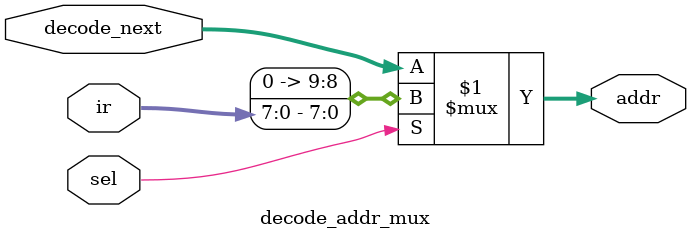
<source format=v>
module decode_addr_mux(
	input [7:0] ir,
	input [9:0] decode_next,
	input sel,
	output [9:0] addr
);

assign addr = sel ? {2'b0,ir} : decode_next;

endmodule

</source>
